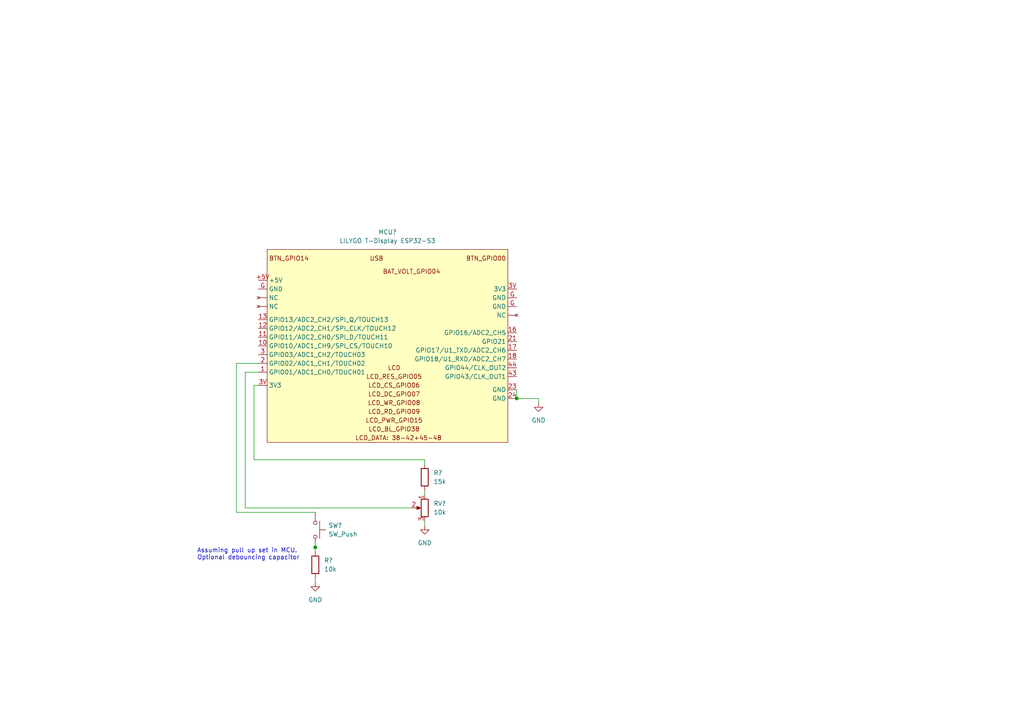
<source format=kicad_sch>
(kicad_sch (version 20211123) (generator eeschema)
  (paper "A4")
  (title_block (title "app1 basic circuit using T-Display-S3") (rev "1") (company "(c) Mauro Meneghin") (comment 1 "Digital input from switch to PIN 1") (comment 2 "Analog input from pot to ADC on PIN 2"))
  (lib_symbols
    (symbol "Device:R" (pin_numbers hide) (pin_names (offset 0))
      (property "Reference" "R" (at 2.032 0 90))
      (property "Value" "R" (at 0 0 90))
      (symbol "R_0_1"
        (rectangle (start -1.016 -2.54) (end 1.016 2.54) (stroke (width 0.254)))
      )
      (symbol "R_1_1"
        (pin passive line (at 0 3.81 270) (length 1.27) (name "~") (number "1"))
        (pin passive line (at 0 -3.81 90) (length 1.27) (name "~") (number "2"))
      )
    )
    (symbol "Device:R_Potentiometer" (pin_names (offset 1.016) hide)
      (property "Reference" "RV" (at -4.445 0 90))
      (property "Value" "R_Potentiometer" (at -2.54 0 90))
      (symbol "R_Potentiometer_0_1"
        (polyline (pts (xy 2.54 0) (xy 1.524 0)))
        (polyline (pts (xy 1.143 0) (xy 2.286 0.508) (xy 2.286 -0.508) (xy 1.143 0)) (fill (type outline)))
        (rectangle (start 1.016 2.54) (end -1.016 -2.54) (stroke (width 0.254)))
      )
      (symbol "R_Potentiometer_1_1"
        (pin passive line (at 0 3.81 270) (length 1.27) (name "1") (number "1"))
        (pin passive line (at 3.81 0 180) (length 1.27) (name "2") (number "2"))
        (pin passive line (at 0 -3.81 90) (length 1.27) (name "3") (number "3"))
      )
    )
    (symbol "Switch:SW_Push" (pin_numbers hide) (pin_names (offset 1.016) hide)
      (property "Reference" "SW" (at 1.27 2.54 0))
      (property "Value" "SW_Push" (at 0 -1.524 0))
      (symbol "SW_Push_0_1"
        (circle (center -2.032 0) (radius 0.508))
        (polyline (pts (xy 0 1.27) (xy 0 3.048)))
        (polyline (pts (xy 2.54 1.27) (xy -2.54 1.27)))
        (circle (center 2.032 0) (radius 0.508))
        (pin passive line (at -5.08 0 0) (length 2.54) (name "1") (number "1"))
        (pin passive line (at 5.08 0 180) (length 2.54) (name "2") (number "2"))
      )
    )
    (symbol "T-Display-S3ESP32-S3:LILYGO T-Display ESP32-S3"
      (property "Reference" "MCU" (at -13.97 0 0))
      (property "Value" "LILYGO T-Display ESP32-S3" (at 1.27 2.54 0))
      (symbol "LILYGO T-Display ESP32-S3_0_0"
        (text "BAT_VOLT_GPIO04" (at 10.16 -8.89 0) (effects (font (size 1.27 1.27))))
        (text "BTN_GPIO00" (at 31.75 -5.08 0) (effects (font (size 1.27 1.27))))
        (text "BTN_GPIO14" (at -25.4 -5.08 0) (effects (font (size 1.27 1.27))))
        (text "LCD" (at 5.08 -36.83 0) (effects (font (size 1.27 1.27))))
        (text "LCD_BL_GPIO38" (at 5.08 -54.61 0) (effects (font (size 1.27 1.27))))
        (text "LCD_CS_GPIO06" (at 5.08 -41.91 0) (effects (font (size 1.27 1.27))))
        (text "LCD_DATA: 38-42+45-48" (at 6.35 -57.15 0) (effects (font (size 1.27 1.27))))
        (text "LCD_DC_GPIO07" (at 5.08 -44.45 0) (effects (font (size 1.27 1.27))))
        (text "LCD_PWR_GPIO15" (at 5.08 -52.07 0) (effects (font (size 1.27 1.27))))
        (text "LCD_RD_GPIO09" (at 5.08 -49.53 0) (effects (font (size 1.27 1.27))))
        (text "LCD_RES_GPIO05" (at 5.08 -39.37 0) (effects (font (size 1.27 1.27))))
        (text "LCD_WR_GPIO08" (at 5.08 -46.99 0) (effects (font (size 1.27 1.27))))
        (text "USB" (at 0 -5.08 0) (effects (font (size 1.27 1.27))))
      )
      (symbol "LILYGO T-Display ESP32-S3_0_1"
        (rectangle (start -31.75 -2.54) (end 38.1 -58.42) (fill (type background)))
      )
      (symbol "LILYGO T-Display ESP32-S3_1_1"
        (pin no_connect line (at -34.29 -19.05 0) (length 2.54) (name "NC") (number ""))
        (pin no_connect line (at -34.29 -16.51 0) (length 2.54) (name "NC") (number ""))
        (pin no_connect line (at 40.64 -21.59 180) (length 2.54) (name "NC") (number ""))
        (pin power_in line (at -34.29 -11.43 0) (length 2.54) (name "+5V") (number "+5V"))
        (pin bidirectional line (at -34.29 -38.1 0) (length 2.54) (name "GPIO01/ADC1_CH0/TOUCH01") (number "1"))
        (pin bidirectional line (at -34.29 -30.48 0) (length 2.54) (name "GPIO10/ADC1_CH9/SPI_CS/TOUCH10") (number "10"))
        (pin bidirectional line (at -34.29 -27.94 0) (length 2.54) (name "GPIO11/ADC2_CH0/SPI_D/TOUCH11") (number "11"))
        (pin bidirectional line (at -34.29 -25.4 0) (length 2.54) (name "GPIO12/ADC2_CH1/SPI_CLK/TOUCH12") (number "12"))
        (pin bidirectional line (at -34.29 -22.86 0) (length 2.54) (name "GPIO13/ADC2_CH2/SPI_Q/TOUCH13") (number "13"))
        (pin bidirectional line (at 40.64 -26.67 180) (length 2.54) (name "GPIO16/ADC2_CH5") (number "16"))
        (pin bidirectional line (at 40.64 -31.75 180) (length 2.54) (name "GPIO17/U1_TXD/ADC2_CH6") (number "17"))
        (pin bidirectional line (at 40.64 -34.29 180) (length 2.54) (name "GPIO18/U1_RXD/ADC2_CH7") (number "18"))
        (pin bidirectional line (at -34.29 -35.56 0) (length 2.54) (name "GPIO02/ADC1_CH1/TOUCH02") (number "2"))
        (pin bidirectional line (at 40.64 -29.21 180) (length 2.54) (name "GPIO21") (number "21"))
        (pin power_in line (at 40.64 -43.18 180) (length 2.54) (name "GND") (number "23"))
        (pin power_in line (at 40.64 -45.72 180) (length 2.54) (name "GND") (number "24"))
        (pin bidirectional line (at -34.29 -33.02 0) (length 2.54) (name "GPIO03/ADC1_CH2/TOUCH03") (number "3"))
        (pin power_in line (at -34.29 -41.91 0) (length 2.54) (name "3V3") (number "3V"))
        (pin power_in line (at 40.64 -13.97 180) (length 2.54) (name "3V3") (number "3V"))
        (pin bidirectional line (at 40.64 -39.37 180) (length 2.54) (name "GPIO43/CLK_OUT1") (number "43"))
        (pin bidirectional line (at 40.64 -36.83 180) (length 2.54) (name "GPIO44/CLK_OUT2") (number "44"))
        (pin power_in line (at -34.29 -13.97 0) (length 2.54) (name "GND") (number "G"))
        (pin power_in line (at 40.64 -19.05 180) (length 2.54) (name "GND") (number "G"))
        (pin power_in line (at 40.64 -16.51 180) (length 2.54) (name "GND") (number "G"))
      )
    )
    (symbol "power:GND" (power) (pin_names (offset 0))
      (property "Value" "GND" (at 0 -3.81 0))
      (symbol "GND_0_1"
        (polyline (pts (xy 0 0) (xy 0 -1.27) (xy 1.27 -1.27) (xy 0 -2.54) (xy -1.27 -1.27) (xy 0 -1.27)))
      )
      (symbol "GND_1_1"
        (pin power_in line (at 0 0 270) (length 0) hide (name "GND") (number "1"))
      )
    )
  )
  (junction (at 149.86 115.57))
  (junction (at 91.44 158.75))
  (wire (pts (xy 123.19 142.24) (xy 123.19 143.51)))
  (wire (pts (xy 74.93 111.76) (xy 73.66 111.76)))
  (wire (pts (xy 91.44 167.64) (xy 91.44 168.91)))
  (wire (pts (xy 123.19 151.13) (xy 123.19 152.4)))
  (wire (pts (xy 68.58 105.41) (xy 74.93 105.41)))
  (wire (pts (xy 71.12 107.95) (xy 71.12 147.32)))
  (wire (pts (xy 149.86 113.03) (xy 149.86 115.57)))
  (wire (pts (xy 91.44 148.59) (xy 68.58 148.59)))
  (wire (pts (xy 68.58 105.41) (xy 68.58 148.59)))
  (wire (pts (xy 73.66 133.35) (xy 123.19 133.35)))
  (wire (pts (xy 73.66 111.76) (xy 73.66 133.35)))
  (wire (pts (xy 156.21 115.57) (xy 149.86 115.57)))
  (wire (pts (xy 91.44 158.75) (xy 91.44 160.02)))
  (wire (pts (xy 123.19 133.35) (xy 123.19 134.62)))
  (wire (pts (xy 91.44 157.48) (xy 91.44 158.75)))
  (wire (pts (xy 71.12 107.95) (xy 74.93 107.95)))
  (wire (pts (xy 156.21 116.84) (xy 156.21 115.57)))
  (wire (pts (xy 119.38 147.32) (xy 71.12 147.32)))
  (text "Assuming pull up set in MCU.\nOptional debouncing capacitor" (at 57.15 162.56 0) (effects (font (size 1.27 1.27)) (justify left bottom)))
  (symbol (lib_id "power:GND") (at 156.21 116.84 0) (unit 1)
    (property "Reference" "#PWR?" (effects hide))
    (property "Value" "GND" (at 156.21 121.92 0))
  )
  (symbol (lib_id "T-Display-S3ESP32-S3:LILYGO T-Display ESP32-S3") (at 109.22 69.85 0) (unit 1)
    (property "Reference" "MCU?" (at 112.395 67.31 0))
    (property "Value" "LILYGO T-Display ESP32-S3" (at 112.395 69.85 0))
    (property "Footprint" "T-Display-S3:LILYGO_T-Display_ESP32-S3" (effects hide))
  )
  (symbol (lib_id "power:GND") (at 91.44 168.91 0) (unit 1)
    (property "Reference" "#PWR?" (effects hide))
    (property "Value" "GND" (at 91.44 173.99 0))
  )
  (symbol (lib_id "Device:R") (at 91.44 163.83 0) (unit 1)
    (property "Reference" "R?" (at 93.98 162.5599 0) (effects (justify left)))
    (property "Value" "10k" (at 93.98 165.0999 0) (effects (justify left)))
  )
  (symbol (lib_id "Switch:SW_Push") (at 91.44 153.67 270) (unit 1)
    (property "Reference" "SW?" (at 95.25 152.3999 90) (effects (justify left)))
    (property "Value" "SW_Push" (at 95.25 154.9399 90) (effects (justify left)))
  )
  (symbol (lib_id "Device:R_Potentiometer") (at 123.19 147.32 0) (mirror y) (unit 1)
    (property "Reference" "RV?" (at 125.73 146.0499 0) (effects (justify right)))
    (property "Value" "10k" (at 125.73 148.5899 0) (effects (justify right)))
  )
  (symbol (lib_id "Device:R") (at 123.19 138.43 0) (unit 1)
    (property "Reference" "R?" (at 125.73 137.1599 0) (effects (justify left)))
    (property "Value" "15k" (at 125.73 139.6999 0) (effects (justify left)))
  )
  (symbol (lib_id "power:GND") (at 123.19 152.4 0) (unit 1)
    (property "Reference" "#PWR?" (effects hide))
    (property "Value" "GND" (at 123.19 157.48 0))
  )
)
</source>
